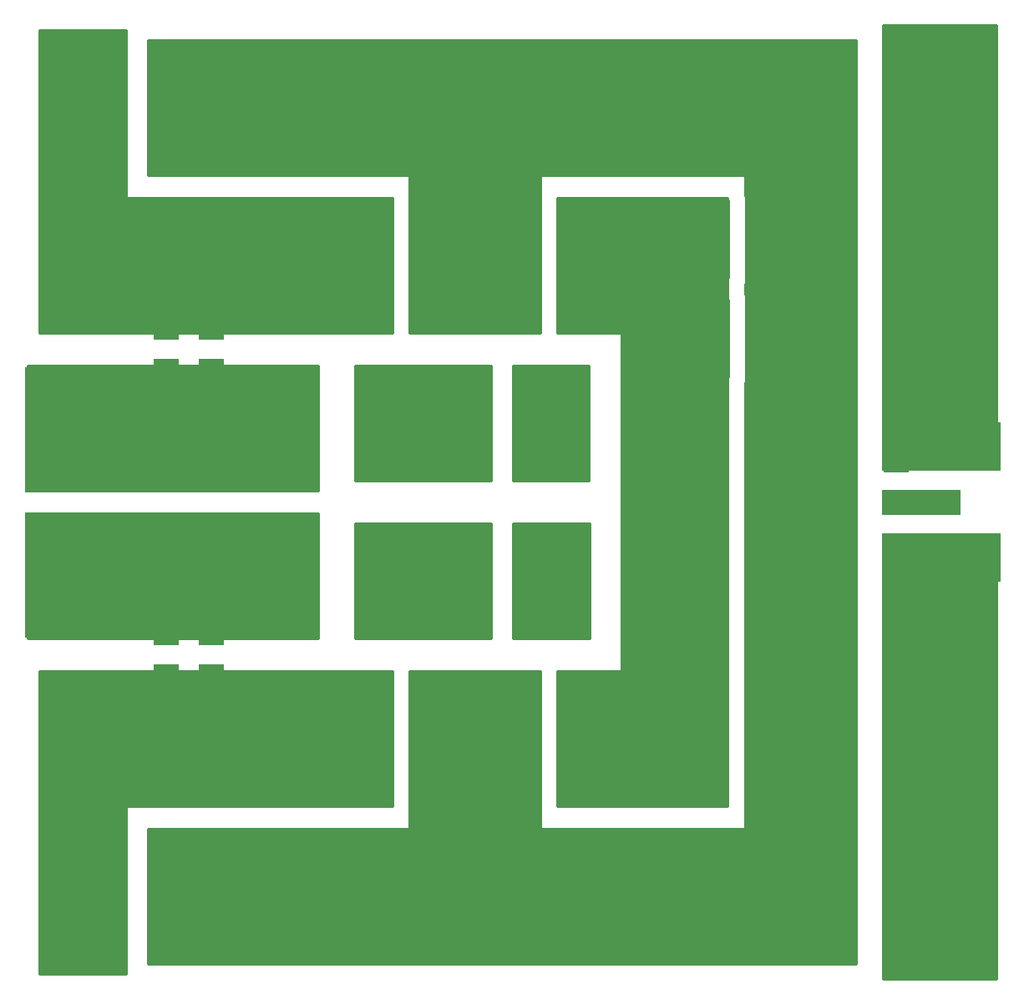
<source format=gbr>
%TF.GenerationSoftware,KiCad,Pcbnew,(5.1.4)-1*%
%TF.CreationDate,2019-12-10T14:49:21+08:00*%
%TF.ProjectId,RF_output,52465f6f-7574-4707-9574-2e6b69636164,rev?*%
%TF.SameCoordinates,Original*%
%TF.FileFunction,Copper,L1,Top*%
%TF.FilePolarity,Positive*%
%FSLAX46Y46*%
G04 Gerber Fmt 4.6, Leading zero omitted, Abs format (unit mm)*
G04 Created by KiCad (PCBNEW (5.1.4)-1) date 2019-12-10 14:49:21*
%MOMM*%
%LPD*%
G04 APERTURE LIST*
%ADD10R,5.500000X12.800000*%
%ADD11R,11.000000X8.000000*%
%ADD12C,0.800000*%
%ADD13C,6.000000*%
%ADD14R,4.000000X2.500000*%
%ADD15R,12.000000X5.000000*%
%ADD16R,8.000000X2.500000*%
%ADD17R,2.500000X2.000000*%
%ADD18R,2.000000X1.600000*%
%ADD19C,0.254000*%
%ADD20C,0.350000*%
G04 APERTURE END LIST*
D10*
X53340000Y-107366000D03*
X53340000Y-92634000D03*
D11*
X116586000Y-73406000D03*
X116586000Y-83406000D03*
D12*
X57056810Y-143812500D03*
X57056810Y-146187500D03*
X55000000Y-147375000D03*
X52943190Y-146187500D03*
X52943190Y-143812500D03*
X55000000Y-142625000D03*
D13*
X55000000Y-145000000D03*
D12*
X57056810Y-53812500D03*
X57056810Y-56187500D03*
X55000000Y-57375000D03*
X52943190Y-56187500D03*
X52943190Y-53812500D03*
X55000000Y-52625000D03*
D13*
X55000000Y-55000000D03*
D12*
X147056810Y-143812500D03*
X147056810Y-146187500D03*
X145000000Y-147375000D03*
X142943190Y-146187500D03*
X142943190Y-143812500D03*
X145000000Y-142625000D03*
D13*
X145000000Y-145000000D03*
D12*
X62056810Y-118812500D03*
X62056810Y-121187500D03*
X60000000Y-122375000D03*
X57943190Y-121187500D03*
X57943190Y-118812500D03*
X60000000Y-117625000D03*
D13*
X60000000Y-120000000D03*
D12*
X147056810Y-53812500D03*
X147056810Y-56187500D03*
X145000000Y-57375000D03*
X142943190Y-56187500D03*
X142943190Y-53812500D03*
X145000000Y-52625000D03*
D13*
X145000000Y-55000000D03*
D12*
X62056810Y-78812500D03*
X62056810Y-81187500D03*
X60000000Y-82375000D03*
X57943190Y-81187500D03*
X57943190Y-78812500D03*
X60000000Y-77625000D03*
D13*
X60000000Y-80000000D03*
D14*
X140000000Y-119000000D03*
X132000000Y-119000000D03*
D11*
X129286000Y-105000000D03*
X129286000Y-95000000D03*
D12*
X142580000Y-92634000D03*
X140580000Y-92634000D03*
X138580000Y-94412000D03*
X140580000Y-94412000D03*
X144580000Y-96190000D03*
X142580000Y-94412000D03*
X148580000Y-92634000D03*
X138580000Y-92634000D03*
X148580000Y-96190000D03*
X146580000Y-96190000D03*
X140580000Y-96190000D03*
X148580000Y-94412000D03*
X146580000Y-94412000D03*
X142580000Y-96190000D03*
X144580000Y-92634000D03*
X146580000Y-92634000D03*
X138580000Y-96190000D03*
X144580000Y-94412000D03*
X146580000Y-105588000D03*
X144580000Y-105588000D03*
X140580000Y-105588000D03*
X138580000Y-105588000D03*
X148580000Y-105588000D03*
X142580000Y-105588000D03*
X146580000Y-103810000D03*
X144580000Y-103810000D03*
X140580000Y-103810000D03*
X138580000Y-103810000D03*
X148580000Y-103810000D03*
X142580000Y-103810000D03*
X138580000Y-107366000D03*
X140580000Y-107366000D03*
X142580000Y-107366000D03*
X144580000Y-107366000D03*
X146580000Y-107366000D03*
X148580000Y-107366000D03*
D15*
X143500000Y-94400000D03*
X143500000Y-105600000D03*
D16*
X141500000Y-100000000D03*
D17*
X139000000Y-100000000D03*
X139000000Y-96000000D03*
D18*
X101000000Y-113000000D03*
X97000000Y-113000000D03*
X101000000Y-110500000D03*
X97000000Y-110500000D03*
X101000000Y-108000000D03*
X97000000Y-108000000D03*
X101000000Y-105500000D03*
X97000000Y-105500000D03*
X101030000Y-103000000D03*
X97030000Y-103000000D03*
X101000000Y-97000000D03*
X97000000Y-97000000D03*
X101000000Y-94500000D03*
X97000000Y-94500000D03*
X101000000Y-92000000D03*
X97000000Y-92000000D03*
X101000000Y-89500000D03*
X97000000Y-89500000D03*
X101000000Y-87000000D03*
X97000000Y-87000000D03*
D14*
X140000000Y-80000000D03*
X132000000Y-80000000D03*
D18*
X102000000Y-75000000D03*
X106000000Y-75000000D03*
X102000000Y-78500000D03*
X106000000Y-78500000D03*
X102000000Y-122000000D03*
X106000000Y-122000000D03*
X102000000Y-125500000D03*
X106000000Y-125500000D03*
D17*
X65000000Y-117500000D03*
X65000000Y-113500000D03*
X69500000Y-82500000D03*
X69500000Y-86500000D03*
X69500000Y-117500000D03*
X69500000Y-113500000D03*
X65000000Y-82500000D03*
X65000000Y-86500000D03*
D12*
X115570000Y-88900000D03*
X118110000Y-93980000D03*
X113030000Y-101600000D03*
X118110000Y-96520000D03*
X115570000Y-93980000D03*
X113030000Y-96520000D03*
X115570000Y-101600000D03*
X118110000Y-101600000D03*
X115570000Y-99060000D03*
X113030000Y-93980000D03*
X118110000Y-99060000D03*
X113030000Y-99060000D03*
X115570000Y-96520000D03*
X113030000Y-91440000D03*
X113030000Y-88900000D03*
X115570000Y-91440000D03*
X118110000Y-91440000D03*
X118110000Y-88900000D03*
X115570000Y-104140000D03*
X118110000Y-109220000D03*
X113030000Y-116840000D03*
X118110000Y-111760000D03*
X115570000Y-109220000D03*
X113030000Y-111760000D03*
X115570000Y-116840000D03*
X118110000Y-116840000D03*
X115570000Y-114300000D03*
X113030000Y-109220000D03*
X118110000Y-114300000D03*
X113030000Y-114300000D03*
X115570000Y-111760000D03*
X113030000Y-106680000D03*
X113030000Y-104140000D03*
X115570000Y-106680000D03*
X118110000Y-106680000D03*
X118110000Y-104140000D03*
X115570000Y-124460000D03*
X118110000Y-121920000D03*
X113030000Y-127000000D03*
X118110000Y-124460000D03*
X115570000Y-121920000D03*
X113030000Y-119380000D03*
X115570000Y-127000000D03*
X115570000Y-119380000D03*
X118110000Y-127000000D03*
X113030000Y-124460000D03*
X113030000Y-121920000D03*
X118110000Y-119380000D03*
X80010000Y-77470000D03*
X77470000Y-80010000D03*
X72390000Y-74930000D03*
X77470000Y-72390000D03*
X67310000Y-77470000D03*
X74930000Y-74930000D03*
X80010000Y-74930000D03*
X80010000Y-80010000D03*
X82550000Y-74930000D03*
X67310000Y-74930000D03*
X69850000Y-77470000D03*
X64770000Y-80010000D03*
X72390000Y-80010000D03*
X64770000Y-77470000D03*
X82550000Y-77470000D03*
X72390000Y-77470000D03*
X69850000Y-74930000D03*
X69850000Y-72390000D03*
X77470000Y-74930000D03*
X77470000Y-77470000D03*
X64770000Y-74930000D03*
X82550000Y-72390000D03*
X74930000Y-77470000D03*
X80010000Y-72390000D03*
X74930000Y-72390000D03*
X82550000Y-80010000D03*
X74930000Y-80010000D03*
X67310000Y-80010000D03*
X72390000Y-72390000D03*
X67310000Y-72390000D03*
X69850000Y-80010000D03*
X64770000Y-72390000D03*
X57150000Y-63500000D03*
X54610000Y-63500000D03*
X54610000Y-73660000D03*
X57150000Y-71120000D03*
X57150000Y-73660000D03*
X57150000Y-68580000D03*
X57150000Y-76200000D03*
X54610000Y-76200000D03*
X54610000Y-71120000D03*
X54610000Y-60960000D03*
X54610000Y-66040000D03*
X57150000Y-66040000D03*
X54610000Y-68580000D03*
X80010000Y-123190000D03*
X80010000Y-125730000D03*
X80010000Y-120650000D03*
X80010000Y-128270000D03*
X77470000Y-123190000D03*
X77470000Y-125730000D03*
X77470000Y-120650000D03*
X77470000Y-128270000D03*
X74930000Y-123190000D03*
X74930000Y-125730000D03*
X74930000Y-120650000D03*
X74930000Y-128270000D03*
X72390000Y-123190000D03*
X72390000Y-125730000D03*
X72390000Y-120650000D03*
X72390000Y-128270000D03*
X69850000Y-123190000D03*
X69850000Y-125730000D03*
X69850000Y-120650000D03*
X69850000Y-128270000D03*
X67310000Y-123190000D03*
X67310000Y-125730000D03*
X67310000Y-120650000D03*
X67310000Y-128270000D03*
X64770000Y-123190000D03*
X64770000Y-125730000D03*
X64770000Y-120650000D03*
X64770000Y-128270000D03*
X57150000Y-124460000D03*
X59690000Y-124460000D03*
X54610000Y-124460000D03*
X62230000Y-124460000D03*
X57150000Y-127000000D03*
X59690000Y-127000000D03*
X54610000Y-127000000D03*
X62230000Y-127000000D03*
X54610000Y-134620000D03*
X54610000Y-132080000D03*
X54610000Y-137160000D03*
X54610000Y-129540000D03*
X57150000Y-132080000D03*
X57150000Y-134620000D03*
X57150000Y-129540000D03*
X57150000Y-137160000D03*
X107630000Y-75190000D03*
X105590000Y-79000000D03*
X105590000Y-72650000D03*
X107630000Y-76460000D03*
X105590000Y-80270000D03*
X105590000Y-73920000D03*
X105590000Y-75190000D03*
X107630000Y-73920000D03*
X107630000Y-79000000D03*
X105590000Y-76460000D03*
X107630000Y-72650000D03*
X105590000Y-71380000D03*
X107630000Y-71380000D03*
X107630000Y-80270000D03*
X105590000Y-77730000D03*
X107630000Y-77730000D03*
X87130000Y-75190000D03*
X85090000Y-79000000D03*
X85090000Y-72650000D03*
X87130000Y-76460000D03*
X85090000Y-80270000D03*
X85090000Y-73920000D03*
X85090000Y-75190000D03*
X87130000Y-73920000D03*
X87130000Y-79000000D03*
X85090000Y-76460000D03*
X87130000Y-72650000D03*
X85090000Y-71380000D03*
X87130000Y-71380000D03*
X87130000Y-80270000D03*
X85090000Y-77730000D03*
X87130000Y-77730000D03*
X107630000Y-123190000D03*
X105590000Y-127000000D03*
X105590000Y-120650000D03*
X107630000Y-124460000D03*
X105590000Y-128270000D03*
X105590000Y-121920000D03*
X105590000Y-123190000D03*
X107630000Y-121920000D03*
X107630000Y-127000000D03*
X105590000Y-124460000D03*
X107630000Y-120650000D03*
X105590000Y-119380000D03*
X107630000Y-119380000D03*
X107630000Y-128270000D03*
X105590000Y-125730000D03*
X107630000Y-125730000D03*
X105000000Y-118000000D03*
X118110000Y-71120000D03*
X115570000Y-71120000D03*
X113030000Y-71120000D03*
X113030000Y-73660000D03*
X115570000Y-73660000D03*
X118110000Y-73660000D03*
X118110000Y-76200000D03*
X115570000Y-76200000D03*
X113030000Y-76200000D03*
X118110000Y-81280000D03*
X115570000Y-81280000D03*
X113030000Y-81280000D03*
X113030000Y-83820000D03*
X115570000Y-83820000D03*
X118110000Y-83820000D03*
X118110000Y-86360000D03*
X115570000Y-86360000D03*
X113030000Y-86360000D03*
X59944000Y-65532000D03*
X59944000Y-68072000D03*
X59944000Y-57912000D03*
X59944000Y-52832000D03*
X59944000Y-62992000D03*
X59944000Y-60452000D03*
X59944000Y-55372000D03*
X53086000Y-59182000D03*
X53086000Y-71882000D03*
X53086000Y-69342000D03*
X53086000Y-64262000D03*
X53086000Y-61722000D03*
X53086000Y-74422000D03*
X53086000Y-76962000D03*
X53086000Y-79502000D03*
X53086000Y-66802000D03*
X119634000Y-69850000D03*
X81534000Y-69850000D03*
X84074000Y-69850000D03*
X76454000Y-69850000D03*
X86614000Y-69850000D03*
X112014000Y-69850000D03*
X109474000Y-69850000D03*
X117094000Y-69850000D03*
X114554000Y-69850000D03*
X78994000Y-69850000D03*
X106934000Y-69850000D03*
X73914000Y-69850000D03*
X66294000Y-69850000D03*
X63754000Y-69850000D03*
X71374000Y-69850000D03*
X68834000Y-69850000D03*
X61214000Y-69850000D03*
X120904000Y-71882000D03*
X120904000Y-84582000D03*
X120904000Y-82042000D03*
X120904000Y-76962000D03*
X120904000Y-79502000D03*
X120904000Y-74422000D03*
X120904000Y-87122000D03*
X120904000Y-89662000D03*
X120904000Y-92202000D03*
X120904000Y-117856000D03*
X120904000Y-125476000D03*
X120904000Y-102616000D03*
X120904000Y-107696000D03*
X120904000Y-112776000D03*
X120904000Y-115316000D03*
X120904000Y-122936000D03*
X120904000Y-97536000D03*
X120904000Y-105156000D03*
X120904000Y-110236000D03*
X120904000Y-120396000D03*
X120904000Y-100076000D03*
X120904000Y-94996000D03*
X120904000Y-128016000D03*
X73660000Y-82042000D03*
X78740000Y-82042000D03*
X111760000Y-82042000D03*
X76200000Y-82042000D03*
X56000000Y-82042000D03*
X83820000Y-82042000D03*
X86360000Y-82042000D03*
X81280000Y-82042000D03*
X109220000Y-82042000D03*
X106680000Y-82042000D03*
X53340000Y-82042000D03*
X53086000Y-125476000D03*
X53086000Y-133096000D03*
X53086000Y-120396000D03*
X53086000Y-122936000D03*
X53086000Y-130556000D03*
X53086000Y-128016000D03*
X53086000Y-135636000D03*
X53086000Y-138176000D03*
X53086000Y-140716000D03*
X60198000Y-136906000D03*
X60198000Y-144526000D03*
X60198000Y-131826000D03*
X60198000Y-134366000D03*
X60198000Y-141986000D03*
X60198000Y-139446000D03*
X60198000Y-147066000D03*
X67056000Y-130048000D03*
X64516000Y-130048000D03*
X72136000Y-130048000D03*
X69596000Y-130048000D03*
X61976000Y-130048000D03*
X77216000Y-130048000D03*
X79756000Y-130048000D03*
X84836000Y-130048000D03*
X87376000Y-130048000D03*
X74676000Y-130048000D03*
X82296000Y-130048000D03*
X115062000Y-130048000D03*
X112522000Y-130048000D03*
X120142000Y-130048000D03*
X117602000Y-130048000D03*
X53340000Y-118110000D03*
X55580000Y-118110000D03*
X73660000Y-118110000D03*
X76200000Y-118110000D03*
X78740000Y-118110000D03*
X81280000Y-118110000D03*
X83820000Y-118110000D03*
X86360000Y-118110000D03*
X111760000Y-118110000D03*
X111760000Y-115570000D03*
X111760000Y-113030000D03*
X111760000Y-110490000D03*
X111760000Y-107950000D03*
X111760000Y-105410000D03*
X111760000Y-102870000D03*
X111760000Y-100330000D03*
X111760000Y-97790000D03*
X111760000Y-95250000D03*
X111760000Y-92710000D03*
X111760000Y-90170000D03*
X111760000Y-87630000D03*
X111760000Y-85090000D03*
X118110000Y-78740000D03*
X115570000Y-78740000D03*
X113030000Y-78740000D03*
X87130000Y-128270000D03*
X87130000Y-127000000D03*
X87130000Y-125730000D03*
X87130000Y-123190000D03*
X87130000Y-124460000D03*
X87130000Y-121920000D03*
X87130000Y-120650000D03*
X87130000Y-119380000D03*
X85090000Y-119380000D03*
X85090000Y-120650000D03*
X85090000Y-121920000D03*
X85090000Y-123190000D03*
X85090000Y-124460000D03*
X85090000Y-125730000D03*
X85090000Y-127000000D03*
X85090000Y-128270000D03*
X109220000Y-118110000D03*
X109982000Y-130048000D03*
X107500000Y-130000000D03*
X105000000Y-130000000D03*
X107500000Y-118000000D03*
X82550000Y-120650000D03*
X82550000Y-123190000D03*
X82550000Y-125730000D03*
X82550000Y-128270000D03*
X54610000Y-121920000D03*
X55880000Y-139700000D03*
X58420000Y-140970000D03*
X55880000Y-78740000D03*
X59690000Y-74930000D03*
X62230000Y-74930000D03*
X62230000Y-72390000D03*
X59690000Y-72390000D03*
X57150000Y-60960000D03*
X58420000Y-58420000D03*
X110490000Y-128270000D03*
X110490000Y-125730000D03*
X110490000Y-123190000D03*
X110490000Y-120650000D03*
X110490000Y-80010000D03*
X110490000Y-77470000D03*
X110490000Y-74930000D03*
X110490000Y-72390000D03*
X138430000Y-110490000D03*
X140970000Y-110490000D03*
X143510000Y-110490000D03*
X146050000Y-110490000D03*
X148590000Y-110490000D03*
X138430000Y-113030000D03*
X140970000Y-113030000D03*
X143510000Y-113030000D03*
X146050000Y-113030000D03*
X148590000Y-113030000D03*
X138430000Y-115570000D03*
X140970000Y-115570000D03*
X143510000Y-115570000D03*
X146050000Y-115570000D03*
X148590000Y-115570000D03*
X138430000Y-118110000D03*
X140970000Y-118110000D03*
X143510000Y-118110000D03*
X146050000Y-118110000D03*
X148590000Y-118110000D03*
X138430000Y-120650000D03*
X140970000Y-120650000D03*
X143510000Y-120650000D03*
X146050000Y-120650000D03*
X148590000Y-120650000D03*
X138430000Y-123190000D03*
X140970000Y-123190000D03*
X143510000Y-123190000D03*
X146050000Y-123190000D03*
X148590000Y-123190000D03*
X138430000Y-125730000D03*
X140970000Y-125730000D03*
X143510000Y-125730000D03*
X146050000Y-125730000D03*
X148590000Y-125730000D03*
X138430000Y-128270000D03*
X140970000Y-128270000D03*
X143510000Y-128270000D03*
X146050000Y-128270000D03*
X148590000Y-128270000D03*
X138430000Y-130810000D03*
X140970000Y-130810000D03*
X143510000Y-130810000D03*
X146050000Y-130810000D03*
X148590000Y-130810000D03*
X138430000Y-133350000D03*
X140970000Y-133350000D03*
X143510000Y-133350000D03*
X146050000Y-133350000D03*
X148590000Y-133350000D03*
X138430000Y-135890000D03*
X140970000Y-135890000D03*
X143510000Y-135890000D03*
X146050000Y-135890000D03*
X148590000Y-135890000D03*
X138430000Y-138430000D03*
X140970000Y-138430000D03*
X143510000Y-138430000D03*
X146050000Y-138430000D03*
X148590000Y-138430000D03*
X138430000Y-140970000D03*
X140970000Y-140970000D03*
X143510000Y-140970000D03*
X146050000Y-140970000D03*
X148590000Y-140970000D03*
X138430000Y-143510000D03*
X140970000Y-143510000D03*
X148590000Y-143510000D03*
X138430000Y-146050000D03*
X140970000Y-146050000D03*
X148590000Y-146050000D03*
X138430000Y-88900000D03*
X140970000Y-88900000D03*
X143510000Y-88900000D03*
X146050000Y-88900000D03*
X148590000Y-88900000D03*
X138430000Y-86360000D03*
X140970000Y-86360000D03*
X143510000Y-86360000D03*
X146050000Y-86360000D03*
X148590000Y-86360000D03*
X138430000Y-83820000D03*
X140970000Y-83820000D03*
X143510000Y-83820000D03*
X146050000Y-83820000D03*
X148590000Y-83820000D03*
X138430000Y-81280000D03*
X140970000Y-81280000D03*
X143510000Y-81280000D03*
X146050000Y-81280000D03*
X148590000Y-81280000D03*
X138430000Y-78740000D03*
X140970000Y-78740000D03*
X143510000Y-78740000D03*
X146050000Y-78740000D03*
X148590000Y-78740000D03*
X138430000Y-76200000D03*
X140970000Y-76200000D03*
X143510000Y-76200000D03*
X146050000Y-76200000D03*
X148590000Y-76200000D03*
X138430000Y-73660000D03*
X140970000Y-73660000D03*
X143510000Y-73660000D03*
X146050000Y-73660000D03*
X148590000Y-73660000D03*
X138430000Y-71120000D03*
X140970000Y-71120000D03*
X143510000Y-71120000D03*
X146050000Y-71120000D03*
X148590000Y-71120000D03*
X138430000Y-68580000D03*
X140970000Y-68580000D03*
X143510000Y-68580000D03*
X146050000Y-68580000D03*
X148590000Y-68580000D03*
X138430000Y-66040000D03*
X140970000Y-66040000D03*
X143510000Y-66040000D03*
X146050000Y-66040000D03*
X148590000Y-66040000D03*
X138430000Y-63500000D03*
X140970000Y-63500000D03*
X143510000Y-63500000D03*
X146050000Y-63500000D03*
X148590000Y-63500000D03*
X138430000Y-60960000D03*
X140970000Y-60960000D03*
X143510000Y-60960000D03*
X146050000Y-60960000D03*
X148590000Y-60960000D03*
X138430000Y-58420000D03*
X140970000Y-58420000D03*
X143510000Y-58420000D03*
X146050000Y-58420000D03*
X148590000Y-58420000D03*
X138430000Y-55880000D03*
X140970000Y-55880000D03*
X148590000Y-55880000D03*
X138430000Y-53340000D03*
X140970000Y-53340000D03*
X148590000Y-53340000D03*
D19*
G36*
X134873000Y-146873000D02*
G01*
X63127000Y-146873000D01*
X63127000Y-133127000D01*
X89500000Y-133127000D01*
X89524776Y-133124560D01*
X89548601Y-133117333D01*
X89570557Y-133105597D01*
X89589803Y-133089803D01*
X89605597Y-133070557D01*
X89617333Y-133048601D01*
X89624560Y-133024776D01*
X89627000Y-133000000D01*
X89627000Y-117127000D01*
X102873000Y-117127000D01*
X102873000Y-133000000D01*
X102875440Y-133024776D01*
X102882667Y-133048601D01*
X102894403Y-133070557D01*
X102910197Y-133089803D01*
X102929443Y-133105597D01*
X102951399Y-133117333D01*
X102975224Y-133124560D01*
X103000000Y-133127000D01*
X123500000Y-133127000D01*
X123524776Y-133124560D01*
X123548601Y-133117333D01*
X123570557Y-133105597D01*
X123589803Y-133089803D01*
X123605597Y-133070557D01*
X123617333Y-133048601D01*
X123624560Y-133024776D01*
X123627000Y-133000000D01*
X123627000Y-87930845D01*
X123689458Y-87724948D01*
X123720872Y-87406000D01*
X123720872Y-79406000D01*
X123689458Y-79087052D01*
X123627000Y-78881155D01*
X123627000Y-77930845D01*
X123689458Y-77724948D01*
X123720872Y-77406000D01*
X123720872Y-69406000D01*
X123689458Y-69087052D01*
X123627000Y-68881155D01*
X123627000Y-67000000D01*
X123624560Y-66975224D01*
X123617333Y-66951399D01*
X123605597Y-66929443D01*
X123589803Y-66910197D01*
X123570557Y-66894403D01*
X123548601Y-66882667D01*
X123524776Y-66875440D01*
X123500000Y-66873000D01*
X63127000Y-66873000D01*
X63127000Y-53127000D01*
X134873000Y-53127000D01*
X134873000Y-146873000D01*
X134873000Y-146873000D01*
G37*
X134873000Y-146873000D02*
X63127000Y-146873000D01*
X63127000Y-133127000D01*
X89500000Y-133127000D01*
X89524776Y-133124560D01*
X89548601Y-133117333D01*
X89570557Y-133105597D01*
X89589803Y-133089803D01*
X89605597Y-133070557D01*
X89617333Y-133048601D01*
X89624560Y-133024776D01*
X89627000Y-133000000D01*
X89627000Y-117127000D01*
X102873000Y-117127000D01*
X102873000Y-133000000D01*
X102875440Y-133024776D01*
X102882667Y-133048601D01*
X102894403Y-133070557D01*
X102910197Y-133089803D01*
X102929443Y-133105597D01*
X102951399Y-133117333D01*
X102975224Y-133124560D01*
X103000000Y-133127000D01*
X123500000Y-133127000D01*
X123524776Y-133124560D01*
X123548601Y-133117333D01*
X123570557Y-133105597D01*
X123589803Y-133089803D01*
X123605597Y-133070557D01*
X123617333Y-133048601D01*
X123624560Y-133024776D01*
X123627000Y-133000000D01*
X123627000Y-87930845D01*
X123689458Y-87724948D01*
X123720872Y-87406000D01*
X123720872Y-79406000D01*
X123689458Y-79087052D01*
X123627000Y-78881155D01*
X123627000Y-77930845D01*
X123689458Y-77724948D01*
X123720872Y-77406000D01*
X123720872Y-69406000D01*
X123689458Y-69087052D01*
X123627000Y-68881155D01*
X123627000Y-67000000D01*
X123624560Y-66975224D01*
X123617333Y-66951399D01*
X123605597Y-66929443D01*
X123589803Y-66910197D01*
X123570557Y-66894403D01*
X123548601Y-66882667D01*
X123524776Y-66875440D01*
X123500000Y-66873000D01*
X63127000Y-66873000D01*
X63127000Y-53127000D01*
X134873000Y-53127000D01*
X134873000Y-146873000D01*
G36*
X87873000Y-82873000D02*
G01*
X52127000Y-82873000D01*
X52127000Y-69127000D01*
X87873000Y-69127000D01*
X87873000Y-82873000D01*
X87873000Y-82873000D01*
G37*
X87873000Y-82873000D02*
X52127000Y-82873000D01*
X52127000Y-69127000D01*
X87873000Y-69127000D01*
X87873000Y-82873000D01*
G36*
X121873000Y-82873000D02*
G01*
X104627000Y-82873000D01*
X104627000Y-69127000D01*
X121873000Y-69127000D01*
X121873000Y-82873000D01*
X121873000Y-82873000D01*
G37*
X121873000Y-82873000D02*
X104627000Y-82873000D01*
X104627000Y-69127000D01*
X121873000Y-69127000D01*
X121873000Y-82873000D01*
G36*
X60873000Y-129540964D02*
G01*
X60873000Y-147873000D01*
X52127000Y-147873000D01*
X52127000Y-117393742D01*
X60873000Y-129540964D01*
X60873000Y-129540964D01*
G37*
X60873000Y-129540964D02*
X60873000Y-147873000D01*
X52127000Y-147873000D01*
X52127000Y-117393742D01*
X60873000Y-129540964D01*
G36*
X60873000Y-82606258D02*
G01*
X52127000Y-70459036D01*
X52127000Y-52127000D01*
X60873000Y-52127000D01*
X60873000Y-82606258D01*
X60873000Y-82606258D01*
G37*
X60873000Y-82606258D02*
X52127000Y-70459036D01*
X52127000Y-52127000D01*
X60873000Y-52127000D01*
X60873000Y-82606258D01*
G36*
X80373000Y-113873000D02*
G01*
X50877000Y-113873000D01*
X50877000Y-101127000D01*
X80373000Y-101127000D01*
X80373000Y-113873000D01*
X80373000Y-113873000D01*
G37*
X80373000Y-113873000D02*
X50877000Y-113873000D01*
X50877000Y-101127000D01*
X80373000Y-101127000D01*
X80373000Y-113873000D01*
G36*
X80373000Y-98873000D02*
G01*
X50877000Y-98873000D01*
X50877000Y-86127000D01*
X80373000Y-86127000D01*
X80373000Y-98873000D01*
X80373000Y-98873000D01*
G37*
X80373000Y-98873000D02*
X50877000Y-98873000D01*
X50877000Y-86127000D01*
X80373000Y-86127000D01*
X80373000Y-98873000D01*
G36*
X97873000Y-113873000D02*
G01*
X84127000Y-113873000D01*
X84127000Y-102127000D01*
X97873000Y-102127000D01*
X97873000Y-113873000D01*
X97873000Y-113873000D01*
G37*
X97873000Y-113873000D02*
X84127000Y-113873000D01*
X84127000Y-102127000D01*
X97873000Y-102127000D01*
X97873000Y-113873000D01*
G36*
X97873000Y-97873000D02*
G01*
X84127000Y-97873000D01*
X84127000Y-86127000D01*
X97873000Y-86127000D01*
X97873000Y-97873000D01*
X97873000Y-97873000D01*
G37*
X97873000Y-97873000D02*
X84127000Y-97873000D01*
X84127000Y-86127000D01*
X97873000Y-86127000D01*
X97873000Y-97873000D01*
G36*
X107823000Y-97873000D02*
G01*
X100127000Y-97873000D01*
X100127000Y-86127000D01*
X107823000Y-86127000D01*
X107823000Y-97873000D01*
X107823000Y-97873000D01*
G37*
X107823000Y-97873000D02*
X100127000Y-97873000D01*
X100127000Y-86127000D01*
X107823000Y-86127000D01*
X107823000Y-97873000D01*
G36*
X107873000Y-113873000D02*
G01*
X100127000Y-113873000D01*
X100127000Y-102127000D01*
X107873000Y-102127000D01*
X107873000Y-113873000D01*
X107873000Y-113873000D01*
G37*
X107873000Y-113873000D02*
X100127000Y-113873000D01*
X100127000Y-102127000D01*
X107873000Y-102127000D01*
X107873000Y-113873000D01*
G36*
X149123000Y-148373000D02*
G01*
X137627000Y-148373000D01*
X137627000Y-106627000D01*
X149123000Y-106627000D01*
X149123000Y-148373000D01*
X149123000Y-148373000D01*
G37*
X149123000Y-148373000D02*
X137627000Y-148373000D01*
X137627000Y-106627000D01*
X149123000Y-106627000D01*
X149123000Y-148373000D01*
G36*
X121873000Y-130873000D02*
G01*
X111127000Y-130873000D01*
X111127000Y-69127000D01*
X121873000Y-69127000D01*
X121873000Y-130873000D01*
X121873000Y-130873000D01*
G37*
X121873000Y-130873000D02*
X111127000Y-130873000D01*
X111127000Y-69127000D01*
X121873000Y-69127000D01*
X121873000Y-130873000D01*
G36*
X87873000Y-130873000D02*
G01*
X52127000Y-130873000D01*
X52127000Y-117127000D01*
X87873000Y-117127000D01*
X87873000Y-130873000D01*
X87873000Y-130873000D01*
G37*
X87873000Y-130873000D02*
X52127000Y-130873000D01*
X52127000Y-117127000D01*
X87873000Y-117127000D01*
X87873000Y-130873000D01*
G36*
X121873000Y-130873000D02*
G01*
X104627000Y-130873000D01*
X104627000Y-117127000D01*
X121873000Y-117127000D01*
X121873000Y-130873000D01*
X121873000Y-130873000D01*
G37*
X121873000Y-130873000D02*
X104627000Y-130873000D01*
X104627000Y-117127000D01*
X121873000Y-117127000D01*
X121873000Y-130873000D01*
G36*
X102873000Y-82873000D02*
G01*
X89627000Y-82873000D01*
X89627000Y-53127000D01*
X102873000Y-53127000D01*
X102873000Y-82873000D01*
X102873000Y-82873000D01*
G37*
X102873000Y-82873000D02*
X89627000Y-82873000D01*
X89627000Y-53127000D01*
X102873000Y-53127000D01*
X102873000Y-82873000D01*
G36*
X149123001Y-93373000D02*
G01*
X137627000Y-93373000D01*
X137627000Y-51627000D01*
X149123001Y-51627000D01*
X149123001Y-93373000D01*
X149123001Y-93373000D01*
G37*
X149123001Y-93373000D02*
X137627000Y-93373000D01*
X137627000Y-51627000D01*
X149123001Y-51627000D01*
X149123001Y-93373000D01*
D20*
X115570000Y-88900000D03*
X118110000Y-93980000D03*
X113030000Y-101600000D03*
X118110000Y-96520000D03*
X115570000Y-93980000D03*
X113030000Y-96520000D03*
X115570000Y-101600000D03*
X118110000Y-101600000D03*
X115570000Y-99060000D03*
X113030000Y-93980000D03*
X118110000Y-99060000D03*
X113030000Y-99060000D03*
X115570000Y-96520000D03*
X113030000Y-91440000D03*
X113030000Y-88900000D03*
X115570000Y-91440000D03*
X118110000Y-91440000D03*
X118110000Y-88900000D03*
X115570000Y-104140000D03*
X118110000Y-109220000D03*
X113030000Y-116840000D03*
X118110000Y-111760000D03*
X115570000Y-109220000D03*
X113030000Y-111760000D03*
X115570000Y-116840000D03*
X118110000Y-116840000D03*
X115570000Y-114300000D03*
X113030000Y-109220000D03*
X118110000Y-114300000D03*
X113030000Y-114300000D03*
X115570000Y-111760000D03*
X113030000Y-106680000D03*
X113030000Y-104140000D03*
X115570000Y-106680000D03*
X118110000Y-106680000D03*
X118110000Y-104140000D03*
X115570000Y-124460000D03*
X118110000Y-121920000D03*
X113030000Y-127000000D03*
X118110000Y-124460000D03*
X115570000Y-121920000D03*
X113030000Y-119380000D03*
X115570000Y-127000000D03*
X115570000Y-119380000D03*
X118110000Y-127000000D03*
X113030000Y-124460000D03*
X113030000Y-121920000D03*
X118110000Y-119380000D03*
X80010000Y-77470000D03*
X77470000Y-80010000D03*
X72390000Y-74930000D03*
X77470000Y-72390000D03*
X67310000Y-77470000D03*
X74930000Y-74930000D03*
X80010000Y-74930000D03*
X80010000Y-80010000D03*
X82550000Y-74930000D03*
X67310000Y-74930000D03*
X69850000Y-77470000D03*
X64770000Y-80010000D03*
X72390000Y-80010000D03*
X64770000Y-77470000D03*
X82550000Y-77470000D03*
X72390000Y-77470000D03*
X69850000Y-74930000D03*
X69850000Y-72390000D03*
X77470000Y-74930000D03*
X77470000Y-77470000D03*
X64770000Y-74930000D03*
X82550000Y-72390000D03*
X74930000Y-77470000D03*
X80010000Y-72390000D03*
X74930000Y-72390000D03*
X82550000Y-80010000D03*
X74930000Y-80010000D03*
X67310000Y-80010000D03*
X72390000Y-72390000D03*
X67310000Y-72390000D03*
X69850000Y-80010000D03*
X64770000Y-72390000D03*
X57150000Y-63500000D03*
X54610000Y-63500000D03*
X54610000Y-73660000D03*
X57150000Y-71120000D03*
X57150000Y-73660000D03*
X57150000Y-68580000D03*
X57150000Y-76200000D03*
X54610000Y-76200000D03*
X54610000Y-71120000D03*
X54610000Y-60960000D03*
X54610000Y-66040000D03*
X57150000Y-66040000D03*
X54610000Y-68580000D03*
X80010000Y-123190000D03*
X80010000Y-125730000D03*
X80010000Y-120650000D03*
X80010000Y-128270000D03*
X77470000Y-123190000D03*
X77470000Y-125730000D03*
X77470000Y-120650000D03*
X77470000Y-128270000D03*
X74930000Y-123190000D03*
X74930000Y-125730000D03*
X74930000Y-120650000D03*
X74930000Y-128270000D03*
X72390000Y-123190000D03*
X72390000Y-125730000D03*
X72390000Y-120650000D03*
X72390000Y-128270000D03*
X69850000Y-123190000D03*
X69850000Y-125730000D03*
X69850000Y-120650000D03*
X69850000Y-128270000D03*
X67310000Y-123190000D03*
X67310000Y-125730000D03*
X67310000Y-120650000D03*
X67310000Y-128270000D03*
X64770000Y-123190000D03*
X64770000Y-125730000D03*
X64770000Y-120650000D03*
X64770000Y-128270000D03*
X57150000Y-124460000D03*
X59690000Y-124460000D03*
X54610000Y-124460000D03*
X62230000Y-124460000D03*
X57150000Y-127000000D03*
X59690000Y-127000000D03*
X54610000Y-127000000D03*
X62230000Y-127000000D03*
X54610000Y-134620000D03*
X54610000Y-132080000D03*
X54610000Y-137160000D03*
X54610000Y-129540000D03*
X57150000Y-132080000D03*
X57150000Y-134620000D03*
X57150000Y-129540000D03*
X57150000Y-137160000D03*
X107630000Y-75190000D03*
X105590000Y-79000000D03*
X105590000Y-72650000D03*
X107630000Y-76460000D03*
X105590000Y-80270000D03*
X105590000Y-73920000D03*
X105590000Y-75190000D03*
X107630000Y-73920000D03*
X107630000Y-79000000D03*
X105590000Y-76460000D03*
X107630000Y-72650000D03*
X105590000Y-71380000D03*
X107630000Y-71380000D03*
X107630000Y-80270000D03*
X105590000Y-77730000D03*
X107630000Y-77730000D03*
X87130000Y-75190000D03*
X85090000Y-79000000D03*
X85090000Y-72650000D03*
X87130000Y-76460000D03*
X85090000Y-80270000D03*
X85090000Y-73920000D03*
X85090000Y-75190000D03*
X87130000Y-73920000D03*
X87130000Y-79000000D03*
X85090000Y-76460000D03*
X87130000Y-72650000D03*
X85090000Y-71380000D03*
X87130000Y-71380000D03*
X87130000Y-80270000D03*
X85090000Y-77730000D03*
X87130000Y-77730000D03*
X107630000Y-123190000D03*
X105590000Y-127000000D03*
X105590000Y-120650000D03*
X107630000Y-124460000D03*
X105590000Y-128270000D03*
X105590000Y-121920000D03*
X105590000Y-123190000D03*
X107630000Y-121920000D03*
X107630000Y-127000000D03*
X105590000Y-124460000D03*
X107630000Y-120650000D03*
X105590000Y-119380000D03*
X107630000Y-119380000D03*
X107630000Y-128270000D03*
X105590000Y-125730000D03*
X107630000Y-125730000D03*
X105000000Y-118000000D03*
X118110000Y-71120000D03*
X115570000Y-71120000D03*
X113030000Y-71120000D03*
X113030000Y-73660000D03*
X115570000Y-73660000D03*
X118110000Y-73660000D03*
X118110000Y-76200000D03*
X115570000Y-76200000D03*
X113030000Y-76200000D03*
X118110000Y-81280000D03*
X115570000Y-81280000D03*
X113030000Y-81280000D03*
X113030000Y-83820000D03*
X115570000Y-83820000D03*
X118110000Y-83820000D03*
X118110000Y-86360000D03*
X115570000Y-86360000D03*
X113030000Y-86360000D03*
X59944000Y-65532000D03*
X59944000Y-68072000D03*
X59944000Y-57912000D03*
X59944000Y-52832000D03*
X59944000Y-62992000D03*
X59944000Y-60452000D03*
X59944000Y-55372000D03*
X53086000Y-59182000D03*
X53086000Y-71882000D03*
X53086000Y-69342000D03*
X53086000Y-64262000D03*
X53086000Y-61722000D03*
X53086000Y-74422000D03*
X53086000Y-76962000D03*
X53086000Y-79502000D03*
X53086000Y-66802000D03*
X119634000Y-69850000D03*
X81534000Y-69850000D03*
X84074000Y-69850000D03*
X76454000Y-69850000D03*
X86614000Y-69850000D03*
X112014000Y-69850000D03*
X109474000Y-69850000D03*
X117094000Y-69850000D03*
X114554000Y-69850000D03*
X78994000Y-69850000D03*
X106934000Y-69850000D03*
X73914000Y-69850000D03*
X66294000Y-69850000D03*
X63754000Y-69850000D03*
X71374000Y-69850000D03*
X68834000Y-69850000D03*
X61214000Y-69850000D03*
X120904000Y-71882000D03*
X120904000Y-84582000D03*
X120904000Y-82042000D03*
X120904000Y-76962000D03*
X120904000Y-79502000D03*
X120904000Y-74422000D03*
X120904000Y-87122000D03*
X120904000Y-89662000D03*
X120904000Y-92202000D03*
X120904000Y-117856000D03*
X120904000Y-125476000D03*
X120904000Y-102616000D03*
X120904000Y-107696000D03*
X120904000Y-112776000D03*
X120904000Y-115316000D03*
X120904000Y-122936000D03*
X120904000Y-97536000D03*
X120904000Y-105156000D03*
X120904000Y-110236000D03*
X120904000Y-120396000D03*
X120904000Y-100076000D03*
X120904000Y-94996000D03*
X120904000Y-128016000D03*
X73660000Y-82042000D03*
X78740000Y-82042000D03*
X111760000Y-82042000D03*
X76200000Y-82042000D03*
X56000000Y-82042000D03*
X83820000Y-82042000D03*
X86360000Y-82042000D03*
X81280000Y-82042000D03*
X109220000Y-82042000D03*
X106680000Y-82042000D03*
X53340000Y-82042000D03*
X53086000Y-125476000D03*
X53086000Y-133096000D03*
X53086000Y-120396000D03*
X53086000Y-122936000D03*
X53086000Y-130556000D03*
X53086000Y-128016000D03*
X53086000Y-135636000D03*
X53086000Y-138176000D03*
X53086000Y-140716000D03*
X60198000Y-136906000D03*
X60198000Y-144526000D03*
X60198000Y-131826000D03*
X60198000Y-134366000D03*
X60198000Y-141986000D03*
X60198000Y-139446000D03*
X60198000Y-147066000D03*
X67056000Y-130048000D03*
X64516000Y-130048000D03*
X72136000Y-130048000D03*
X69596000Y-130048000D03*
X61976000Y-130048000D03*
X77216000Y-130048000D03*
X79756000Y-130048000D03*
X84836000Y-130048000D03*
X87376000Y-130048000D03*
X74676000Y-130048000D03*
X82296000Y-130048000D03*
X115062000Y-130048000D03*
X112522000Y-130048000D03*
X120142000Y-130048000D03*
X117602000Y-130048000D03*
X53340000Y-118110000D03*
X55580000Y-118110000D03*
X73660000Y-118110000D03*
X76200000Y-118110000D03*
X78740000Y-118110000D03*
X81280000Y-118110000D03*
X83820000Y-118110000D03*
X86360000Y-118110000D03*
X111760000Y-118110000D03*
X111760000Y-115570000D03*
X111760000Y-113030000D03*
X111760000Y-110490000D03*
X111760000Y-107950000D03*
X111760000Y-105410000D03*
X111760000Y-102870000D03*
X111760000Y-100330000D03*
X111760000Y-97790000D03*
X111760000Y-95250000D03*
X111760000Y-92710000D03*
X111760000Y-90170000D03*
X111760000Y-87630000D03*
X111760000Y-85090000D03*
X118110000Y-78740000D03*
X115570000Y-78740000D03*
X113030000Y-78740000D03*
X87130000Y-128270000D03*
X87130000Y-127000000D03*
X87130000Y-125730000D03*
X87130000Y-123190000D03*
X87130000Y-124460000D03*
X87130000Y-121920000D03*
X87130000Y-120650000D03*
X87130000Y-119380000D03*
X85090000Y-119380000D03*
X85090000Y-120650000D03*
X85090000Y-121920000D03*
X85090000Y-123190000D03*
X85090000Y-124460000D03*
X85090000Y-125730000D03*
X85090000Y-127000000D03*
X85090000Y-128270000D03*
X109220000Y-118110000D03*
X109982000Y-130048000D03*
X107500000Y-130000000D03*
X105000000Y-130000000D03*
X107500000Y-118000000D03*
X82550000Y-120650000D03*
X82550000Y-123190000D03*
X82550000Y-125730000D03*
X82550000Y-128270000D03*
X54610000Y-121920000D03*
X55880000Y-139700000D03*
X58420000Y-140970000D03*
X55880000Y-78740000D03*
X59690000Y-74930000D03*
X62230000Y-74930000D03*
X62230000Y-72390000D03*
X59690000Y-72390000D03*
X57150000Y-60960000D03*
X58420000Y-58420000D03*
X110490000Y-128270000D03*
X110490000Y-125730000D03*
X110490000Y-123190000D03*
X110490000Y-120650000D03*
X110490000Y-80010000D03*
X110490000Y-77470000D03*
X110490000Y-74930000D03*
X110490000Y-72390000D03*
X138430000Y-110490000D03*
X140970000Y-110490000D03*
X143510000Y-110490000D03*
X146050000Y-110490000D03*
X148590000Y-110490000D03*
X138430000Y-113030000D03*
X140970000Y-113030000D03*
X143510000Y-113030000D03*
X146050000Y-113030000D03*
X148590000Y-113030000D03*
X138430000Y-115570000D03*
X140970000Y-115570000D03*
X143510000Y-115570000D03*
X146050000Y-115570000D03*
X148590000Y-115570000D03*
X138430000Y-118110000D03*
X140970000Y-118110000D03*
X143510000Y-118110000D03*
X146050000Y-118110000D03*
X148590000Y-118110000D03*
X138430000Y-120650000D03*
X140970000Y-120650000D03*
X143510000Y-120650000D03*
X146050000Y-120650000D03*
X148590000Y-120650000D03*
X138430000Y-123190000D03*
X140970000Y-123190000D03*
X143510000Y-123190000D03*
X146050000Y-123190000D03*
X148590000Y-123190000D03*
X138430000Y-125730000D03*
X140970000Y-125730000D03*
X143510000Y-125730000D03*
X146050000Y-125730000D03*
X148590000Y-125730000D03*
X138430000Y-128270000D03*
X140970000Y-128270000D03*
X143510000Y-128270000D03*
X146050000Y-128270000D03*
X148590000Y-128270000D03*
X138430000Y-130810000D03*
X140970000Y-130810000D03*
X143510000Y-130810000D03*
X146050000Y-130810000D03*
X148590000Y-130810000D03*
X138430000Y-133350000D03*
X140970000Y-133350000D03*
X143510000Y-133350000D03*
X146050000Y-133350000D03*
X148590000Y-133350000D03*
X138430000Y-135890000D03*
X140970000Y-135890000D03*
X143510000Y-135890000D03*
X146050000Y-135890000D03*
X148590000Y-135890000D03*
X138430000Y-138430000D03*
X140970000Y-138430000D03*
X143510000Y-138430000D03*
X146050000Y-138430000D03*
X148590000Y-138430000D03*
X138430000Y-140970000D03*
X140970000Y-140970000D03*
X143510000Y-140970000D03*
X146050000Y-140970000D03*
X148590000Y-140970000D03*
X138430000Y-143510000D03*
X140970000Y-143510000D03*
X148590000Y-143510000D03*
X138430000Y-146050000D03*
X140970000Y-146050000D03*
X148590000Y-146050000D03*
X138430000Y-88900000D03*
X140970000Y-88900000D03*
X143510000Y-88900000D03*
X146050000Y-88900000D03*
X148590000Y-88900000D03*
X138430000Y-86360000D03*
X140970000Y-86360000D03*
X143510000Y-86360000D03*
X146050000Y-86360000D03*
X148590000Y-86360000D03*
X138430000Y-83820000D03*
X140970000Y-83820000D03*
X143510000Y-83820000D03*
X146050000Y-83820000D03*
X148590000Y-83820000D03*
X138430000Y-81280000D03*
X140970000Y-81280000D03*
X143510000Y-81280000D03*
X146050000Y-81280000D03*
X148590000Y-81280000D03*
X138430000Y-78740000D03*
X140970000Y-78740000D03*
X143510000Y-78740000D03*
X146050000Y-78740000D03*
X148590000Y-78740000D03*
X138430000Y-76200000D03*
X140970000Y-76200000D03*
X143510000Y-76200000D03*
X146050000Y-76200000D03*
X148590000Y-76200000D03*
X138430000Y-73660000D03*
X140970000Y-73660000D03*
X143510000Y-73660000D03*
X146050000Y-73660000D03*
X148590000Y-73660000D03*
X138430000Y-71120000D03*
X140970000Y-71120000D03*
X143510000Y-71120000D03*
X146050000Y-71120000D03*
X148590000Y-71120000D03*
X138430000Y-68580000D03*
X140970000Y-68580000D03*
X143510000Y-68580000D03*
X146050000Y-68580000D03*
X148590000Y-68580000D03*
X138430000Y-66040000D03*
X140970000Y-66040000D03*
X143510000Y-66040000D03*
X146050000Y-66040000D03*
X148590000Y-66040000D03*
X138430000Y-63500000D03*
X140970000Y-63500000D03*
X143510000Y-63500000D03*
X146050000Y-63500000D03*
X148590000Y-63500000D03*
X138430000Y-60960000D03*
X140970000Y-60960000D03*
X143510000Y-60960000D03*
X146050000Y-60960000D03*
X148590000Y-60960000D03*
X138430000Y-58420000D03*
X140970000Y-58420000D03*
X143510000Y-58420000D03*
X146050000Y-58420000D03*
X148590000Y-58420000D03*
X138430000Y-55880000D03*
X140970000Y-55880000D03*
X148590000Y-55880000D03*
X138430000Y-53340000D03*
X140970000Y-53340000D03*
X148590000Y-53340000D03*
X57056810Y-143812500D03*
X57056810Y-146187500D03*
X55000000Y-147375000D03*
X52943190Y-146187500D03*
X52943190Y-143812500D03*
X55000000Y-142625000D03*
X55000000Y-145000000D03*
X57056810Y-53812500D03*
X57056810Y-56187500D03*
X55000000Y-57375000D03*
X52943190Y-56187500D03*
X52943190Y-53812500D03*
X55000000Y-52625000D03*
X55000000Y-55000000D03*
X147056810Y-143812500D03*
X147056810Y-146187500D03*
X145000000Y-147375000D03*
X142943190Y-146187500D03*
X142943190Y-143812500D03*
X145000000Y-142625000D03*
X145000000Y-145000000D03*
X62056810Y-118812500D03*
X62056810Y-121187500D03*
X60000000Y-122375000D03*
X57943190Y-121187500D03*
X57943190Y-118812500D03*
X60000000Y-117625000D03*
X60000000Y-120000000D03*
X147056810Y-53812500D03*
X147056810Y-56187500D03*
X145000000Y-57375000D03*
X142943190Y-56187500D03*
X142943190Y-53812500D03*
X145000000Y-52625000D03*
X145000000Y-55000000D03*
X62056810Y-78812500D03*
X62056810Y-81187500D03*
X60000000Y-82375000D03*
X57943190Y-81187500D03*
X57943190Y-78812500D03*
X60000000Y-77625000D03*
X60000000Y-80000000D03*
X142580000Y-92634000D03*
X140580000Y-92634000D03*
X138580000Y-94412000D03*
X140580000Y-94412000D03*
X144580000Y-96190000D03*
X142580000Y-94412000D03*
X148580000Y-92634000D03*
X138580000Y-92634000D03*
X148580000Y-96190000D03*
X146580000Y-96190000D03*
X140580000Y-96190000D03*
X148580000Y-94412000D03*
X146580000Y-94412000D03*
X142580000Y-96190000D03*
X144580000Y-92634000D03*
X146580000Y-92634000D03*
X138580000Y-96190000D03*
X144580000Y-94412000D03*
X146580000Y-105588000D03*
X144580000Y-105588000D03*
X140580000Y-105588000D03*
X138580000Y-105588000D03*
X148580000Y-105588000D03*
X142580000Y-105588000D03*
X146580000Y-103810000D03*
X144580000Y-103810000D03*
X140580000Y-103810000D03*
X138580000Y-103810000D03*
X148580000Y-103810000D03*
X142580000Y-103810000D03*
X138580000Y-107366000D03*
X140580000Y-107366000D03*
X142580000Y-107366000D03*
X144580000Y-107366000D03*
X146580000Y-107366000D03*
X148580000Y-107366000D03*
M02*

</source>
